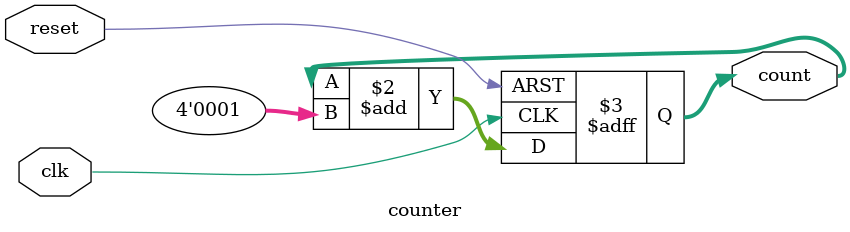
<source format=sv>
module counter #(parameter bits=4)(input logic reset, 
												input logic clk, 
												output logic[bits-1:0] count);

	always_ff @ (posedge clk, posedge reset)
		if (reset) count <= 0;
		else count <= count + { {bits-1 {1'b0}}, 1'b1};
endmodule 
</source>
